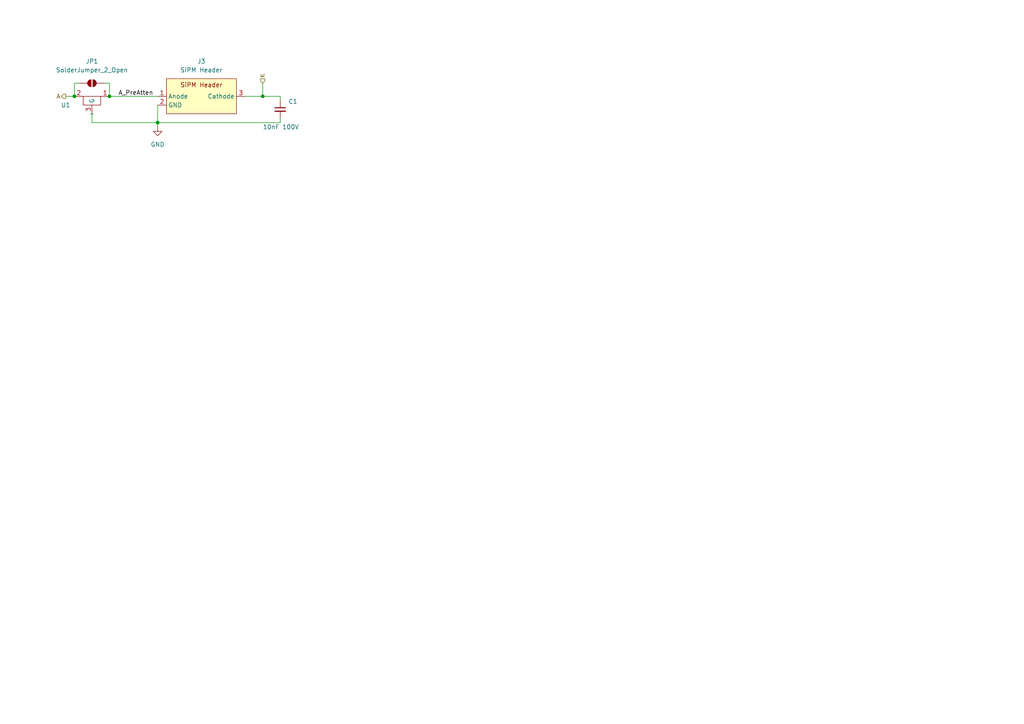
<source format=kicad_sch>
(kicad_sch (version 20250114) (generator "eeschema") (generator_version "9.0")
  (paper "A4")
  (lib_symbols
    (symbol "Analog:D10AA20Z4"
      (property "Reference" "U" (at 0 2.54 0))
      (symbol "D10AA20Z4_1_1"
        (rectangle (start -2.54 1.27) (end 2.54 -1.27))
        (pin passive line (at -5.08 1.27 0) (length 2.54) (name "") (number "1"))
        (pin passive line (at 0 -3.81 90) (length 2.54) (name "G") (number "3"))
        (pin passive line (at 5.08 1.27 180) (length 2.54) (name "") (number "2"))
      )
    )
    (symbol "Device:C_Small" (pin_numbers (hide yes)) (pin_names (offset 0.254) (hide yes))
      (property "Reference" "C" (at 0.254 1.778 0))
      (property "Value" "C_Small" (at 0.254 -2.032 0))
      (symbol "C_Small_0_1"
        (polyline (pts (xy -1.524 0.508) (xy 1.524 0.508)) (stroke (width 0.3048)))
        (polyline (pts (xy -1.524 -0.508) (xy 1.524 -0.508)) (stroke (width 0.3302)))
      )
      (symbol "C_Small_1_1"
        (pin passive line (at 0 2.54 270) (length 2.032) (name "~") (number "1"))
        (pin passive line (at 0 -2.54 90) (length 2.032) (name "~") (number "2"))
      )
    )
    (symbol "Jumper:SolderJumper_2_Open" (pin_numbers (hide yes)) (pin_names (offset 0) (hide yes)) (in_bom no)
      (property "Reference" "JP" (at 0 2.032 0))
      (property "Value" "SolderJumper_2_Open" (at 0 -2.54 0))
      (symbol "SolderJumper_2_Open_0_1"
        (polyline (pts (xy -0.254 1.016) (xy -0.254 -1.016)))
        (arc (start -0.254 -1.016) (mid -1.2656 0) (end -0.254 1.016))
        (arc (start -0.254 -1.016) (mid -1.2656 0) (end -0.254 1.016) (fill (type outline)))
        (arc (start 0.254 1.016) (mid 1.2656 0) (end 0.254 -1.016))
        (arc (start 0.254 1.016) (mid 1.2656 0) (end 0.254 -1.016) (fill (type outline)))
        (polyline (pts (xy 0.254 1.016) (xy 0.254 -1.016)))
      )
      (symbol "SolderJumper_2_Open_1_1"
        (pin passive line (at -3.81 0 0) (length 2.54) (name "A") (number "1"))
        (pin passive line (at 3.81 0 180) (length 2.54) (name "B") (number "2"))
      )
    )
    (symbol "SiPMConnector:SiPM_Header"
      (property "Reference" "J" (at 0 8.382 0))
      (property "Value" "SiPM Header" (at 0.254 6.35 0))
      (symbol "SiPM_Header_1_1"
        (rectangle (start -10.16 5.08) (end 10.16 -5.08) (fill (type background)))
        (text "SiPM Header" (at 0 3.302 0) (effects (font (size 1.27 1.27))))
        (pin output line (at -12.7 0 0) (length 2.54) (name "Anode") (number "1"))
        (pin power_in line (at -12.7 -2.54 0) (length 2.54) (name "GND") (number "2"))
        (pin input line (at 12.7 0 180) (length 2.54) (name "Cathode") (number "3"))
      )
    )
    (symbol "power:GND" (power) (pin_numbers (hide yes)) (pin_names (offset 0) (hide yes))
      (property "Value" "GND" (at 0 -3.81 0))
      (symbol "GND_0_1"
        (polyline (pts (xy 0 0) (xy 0 -1.27) (xy 1.27 -1.27) (xy 0 -2.54) (xy -1.27 -1.27) (xy 0 -1.27)))
      )
      (symbol "GND_1_1"
        (pin power_in line (at 0 0 270) (length 0) (name "~") (number "1"))
      )
    )
  )
  (junction (at 21.59 27.94))
  (junction (at 45.72 35.56))
  (junction (at 76.2 27.94))
  (junction (at 31.75 27.94))
  (wire (pts (xy 19.05 27.94) (xy 21.59 27.94)))
  (wire (pts (xy 81.28 35.56) (xy 81.28 34.29)))
  (wire (pts (xy 31.75 27.94) (xy 45.72 27.94)))
  (wire (pts (xy 81.28 27.94) (xy 81.28 29.21)))
  (wire (pts (xy 21.59 24.13) (xy 22.86 24.13)))
  (wire (pts (xy 45.72 30.48) (xy 45.72 35.56)))
  (wire (pts (xy 21.59 24.13) (xy 21.59 27.94)))
  (wire (pts (xy 26.67 33.02) (xy 26.67 35.56)))
  (wire (pts (xy 45.72 36.83) (xy 45.72 35.56)))
  (wire (pts (xy 76.2 27.94) (xy 81.28 27.94)))
  (wire (pts (xy 45.72 35.56) (xy 81.28 35.56)))
  (wire (pts (xy 31.75 24.13) (xy 31.75 27.94)))
  (wire (pts (xy 76.2 24.13) (xy 76.2 27.94)))
  (wire (pts (xy 30.48 24.13) (xy 31.75 24.13)))
  (wire (pts (xy 71.12 27.94) (xy 76.2 27.94)))
  (wire (pts (xy 26.67 35.56) (xy 45.72 35.56)))
  (label "A_PreAtten" (at 34.29 27.94 0))
  (hierarchical_label "K" (shape input) (at 76.2 24.13 90))
  (hierarchical_label "A" (shape output) (at 19.05 27.94 180))
  (symbol (lib_id "Device:C_Small") (at 81.28 31.75 0) (unit 1)
    (property "Reference" "C1" (at 83.6168 29.4386 0) (effects (justify left)))
    (property "Value" "10nF 100V" (at 76.2 36.83 0) (effects (justify left)))
    (property "Footprint" "Capacitor_SMD:C_1206_3216Metric_Pad1.33x1.80mm_HandSolder" (effects (hide yes)))
    (property "DigiKey Part Number" "399-17911-1-ND" (effects (hide yes)))
    (instances (project "DarkQuest_SiPM_Motherboard" (path "" (reference "C1") (unit 1)) (path "" (reference "C3") (unit 1)) (path "" (reference "C2") (unit 1)) (path "" (reference "C4") (unit 1))))
  )
  (symbol (lib_id "power:GND") (at 45.72 36.83 0) (unit 1)
    (property "Reference" "#PWR03" (effects (hide yes)))
    (property "Value" "GND" (at 45.72 41.91 0))
    (property "Description" "Power symbol creates a global label with name \"GND\" , ground" (effects (hide yes)))
    (instances (project "" (path "" (reference "#PWR03") (unit 1)) (path "" (reference "#PWR07") (unit 1)) (path "" (reference "#PWR05") (unit 1)) (path "" (reference "#PWR09") (unit 1))))
  )
  (symbol (lib_id "Analog:D10AA20Z4") (at 26.67 29.21 0) (mirror y) (unit 1)
    (property "Reference" "U1" (at 19.05 30.48 0))
    (property "Value" "~" (at 26.67 33.02 0))
    (property "Footprint" "Resistor_SMD:D10AA20Z4" (effects (hide yes)))
    (property "DigiKey Part Number" "4244-D10AA20Z4CT-ND" (effects (hide yes)))
    (instances (project "DarkQuest_SiPM_Motherboard" (path "" (reference "U1") (unit 1)) (path "" (reference "U3") (unit 1)) (path "" (reference "U2") (unit 1)) (path "" (reference "U4") (unit 1))))
  )
  (symbol (lib_id "Jumper:SolderJumper_2_Open") (at 26.67 24.13 0) (unit 1) (in_bom no)
    (property "Reference" "JP1" (at 26.67 17.78 0))
    (property "Value" "SolderJumper_2_Open" (at 26.67 20.32 0))
    (property "Footprint" "Jumper:SolderJumper-2_P1.3mm_Open_RoundedPad1.0x1.5mm" (effects (hide yes)))
    (property "Description" "Solder Jumper, 2-pole, open" (effects (hide yes)))
    (instances (project "" (path "" (reference "JP1") (unit 1)) (path "" (reference "JP3") (unit 1)) (path "" (reference "JP2") (unit 1)) (path "" (reference "JP4") (unit 1))))
  )
  (symbol (lib_id "SiPMConnector:SiPM_Header") (at 58.42 27.94 0) (unit 1)
    (property "Reference" "J3" (at 58.42 17.78 0))
    (property "Value" "SiPM Header" (at 58.42 20.32 0))
    (property "Footprint" "RJJS-88-122-E7V-022:chip_carrier_pin_header" (effects (hide yes)))
    (instances (project "DarkQuest_SiPM_Motherboard" (path "" (reference "J3") (unit 1)) (path "" (reference "J5") (unit 1)) (path "" (reference "J4") (unit 1)) (path "" (reference "J6") (unit 1))))
  )
)
</source>
